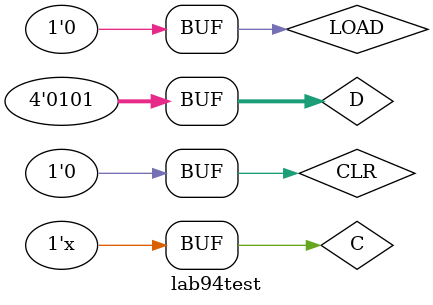
<source format=v>
`timescale 1ns / 1ps


module lab94test;

	// Inputs
	reg C;
	reg CLR;
	reg LOAD;
	reg [3:0] D;

	// Outputs
	wire [3:0] Q;

	// Instantiate the Unit Under Test (UUT)
	counter_5 uut (
		.C(C), 
		.CLR(CLR), 
		.LOAD(LOAD), 
		.D(D), 
		.Q(Q)
	);

	initial begin
		// Initialize Inputs
		C = 0;
		CLR = 0;
		LOAD = 0;
		D = 4'b0101;

		// Wait 100 ns for global reset to finish
		#100;
        
		// Add stimulus here
		CLR=1;
		#100;
		CLR=0;
		#1200;
		LOAD =1;
		#200;
		LOAD=0;

	end
      always #50
		C<=~C;
endmodule


</source>
